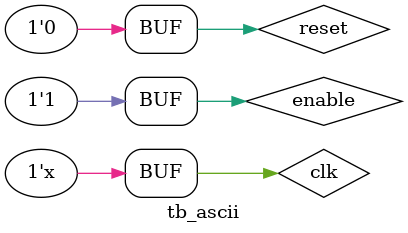
<source format=v>
`timescale 1ns / 10ps

module tb_ascii;

    reg clk, reset, enable;
    reg [11:0] bin;
    reg start_buf;
    wire ready;
    reg start;
    reg [11:0] mem[10:0];
    reg [3:0] i;
    wire [7:0] ascii_X1, ascii_X2, ascii_X3, ascii_X4;

    localparam CLK_PERIOD = 10; // Clock period of 10 ns (100 MHz clock)
    always #(CLK_PERIOD / 2) clk = ~clk;

    binary_to_ascii #(.BIN_WIDTH(12), .BCD_DIGITS(4))
    binary_to_ascii_X (
        .clk(clk),
        .reset(reset),
        .enable(enable),
        .start(start),
        .bin(bin),
        .ascii_out({ascii_X1, ascii_X2, ascii_X3, ascii_X4}),
        .ready(ready),
        .is_negative(is_negative)
    );

    toPulse toPulseInst (
        .clk(clk),
        .reset(reset),
        .contSignal(ready),
        .pulse(readyPulse)
    );

    always @(posedge clk or posedge reset) begin
        if (reset) begin
            i = 0;
            bin <= 0;
            start_buf <= 0;     
        end else if (readyPulse) begin
            bin <= mem[i];
            i <= i + 1;
            start_buf <= 1;     
        end else begin
            start_buf <= 0;
        end
    end

    always @(posedge clk or posedge reset) begin
        if (reset) begin
            i = 0;
        end else if (i != 11 && readyPulse) begin
            i <= i + 1;
        end else if (i == 11) begin
            i <= 0;
        end
    end

    reg FF1, FF2;

    always @(posedge clk or posedge reset) begin
        if (reset) begin
            FF1 <= 0;
            FF2 <= 0;
            start <= 0;
        end else begin
            FF1 <= start_buf;
            FF2 <= FF1;
            start <= FF2;
        end
    end

    // Stimulus and test sequence
    initial begin
        // Initialize signals
        clk = 0;
        reset = 1;
        enable = 1;

        mem[0] = 12'sd0;
        mem[1] = 12'sd1;
        mem[2] = -12'sd1;
        mem[3] = 12'sd4;
        mem[4] = -12'sd4;
        mem[5] = 12'sd10;
        mem[6] = -12'sd10;
        mem[7] = 12'sd999;
        mem[8] = -12'sd999;
        mem[9] = 12'sd2047;
        mem[10] = -12'sd2048;



        // Apply reset
        #2000;
        reset = 0;

    end

endmodule

</source>
